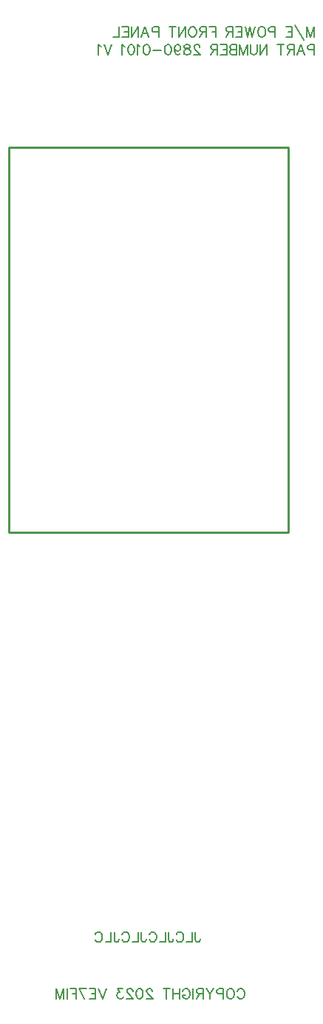
<source format=gbo>
G04 Layer: BottomSilkscreenLayer*
G04 EasyEDA v6.5.29, 2023-07-18 11:26:45*
G04 dee4f192ebb34c66a732ff03969ef4b9,5a6b42c53f6a479593ecc07194224c93,10*
G04 Gerber Generator version 0.2*
G04 Scale: 100 percent, Rotated: No, Reflected: No *
G04 Dimensions in millimeters *
G04 leading zeros omitted , absolute positions ,4 integer and 5 decimal *
%FSLAX45Y45*%
%MOMM*%

%ADD10C,0.2032*%
%ADD11C,0.2540*%

%LPD*%
D10*
X3055081Y1059017D02*
G01*
X3060537Y1069926D01*
X3071446Y1080836D01*
X3082353Y1086289D01*
X3104172Y1086289D01*
X3115081Y1080836D01*
X3125990Y1069926D01*
X3131446Y1059017D01*
X3136900Y1042654D01*
X3136900Y1015382D01*
X3131446Y999017D01*
X3125990Y988108D01*
X3115081Y977198D01*
X3104172Y971745D01*
X3082353Y971745D01*
X3071446Y977198D01*
X3060537Y988108D01*
X3055081Y999017D01*
X2986354Y1086289D02*
G01*
X2997263Y1080836D01*
X3008172Y1069926D01*
X3013628Y1059017D01*
X3019082Y1042654D01*
X3019082Y1015382D01*
X3013628Y999017D01*
X3008172Y988108D01*
X2997263Y977198D01*
X2986354Y971745D01*
X2964535Y971745D01*
X2953628Y977198D01*
X2942719Y988108D01*
X2937263Y999017D01*
X2931810Y1015382D01*
X2931810Y1042654D01*
X2937263Y1059017D01*
X2942719Y1069926D01*
X2953628Y1080836D01*
X2964535Y1086289D01*
X2986354Y1086289D01*
X2895810Y1086289D02*
G01*
X2895810Y971745D01*
X2895810Y1086289D02*
G01*
X2846717Y1086289D01*
X2830355Y1080836D01*
X2824901Y1075382D01*
X2819445Y1064473D01*
X2819445Y1048108D01*
X2824901Y1037198D01*
X2830355Y1031745D01*
X2846717Y1026289D01*
X2895810Y1026289D01*
X2783446Y1086289D02*
G01*
X2739809Y1031745D01*
X2739809Y971745D01*
X2696174Y1086289D02*
G01*
X2739809Y1031745D01*
X2660172Y1086289D02*
G01*
X2660172Y971745D01*
X2660172Y1086289D02*
G01*
X2611081Y1086289D01*
X2594719Y1080836D01*
X2589265Y1075382D01*
X2583809Y1064473D01*
X2583809Y1053564D01*
X2589265Y1042654D01*
X2594719Y1037198D01*
X2611081Y1031745D01*
X2660172Y1031745D01*
X2621991Y1031745D02*
G01*
X2583809Y971745D01*
X2547810Y1086289D02*
G01*
X2547810Y971745D01*
X2429992Y1059017D02*
G01*
X2435445Y1069926D01*
X2446355Y1080836D01*
X2457264Y1086289D01*
X2479083Y1086289D01*
X2489992Y1080836D01*
X2500901Y1069926D01*
X2506355Y1059017D01*
X2511811Y1042654D01*
X2511811Y1015382D01*
X2506355Y999017D01*
X2500901Y988108D01*
X2489992Y977198D01*
X2479083Y971745D01*
X2457264Y971745D01*
X2446355Y977198D01*
X2435445Y988108D01*
X2429992Y999017D01*
X2429992Y1015382D01*
X2457264Y1015382D02*
G01*
X2429992Y1015382D01*
X2393993Y1086289D02*
G01*
X2393993Y971745D01*
X2317628Y1086289D02*
G01*
X2317628Y971745D01*
X2393993Y1031745D02*
G01*
X2317628Y1031745D01*
X2243447Y1086289D02*
G01*
X2243447Y971745D01*
X2281628Y1086289D02*
G01*
X2205266Y1086289D01*
X2079810Y1059017D02*
G01*
X2079810Y1064473D01*
X2074357Y1075382D01*
X2068901Y1080836D01*
X2057991Y1086289D01*
X2036175Y1086289D01*
X2025266Y1080836D01*
X2019810Y1075382D01*
X2014357Y1064473D01*
X2014357Y1053564D01*
X2019810Y1042654D01*
X2030719Y1026289D01*
X2085266Y971745D01*
X2008901Y971745D01*
X1940173Y1086289D02*
G01*
X1956539Y1080836D01*
X1967448Y1064473D01*
X1972901Y1037198D01*
X1972901Y1020836D01*
X1967448Y993564D01*
X1956539Y977198D01*
X1940173Y971745D01*
X1929267Y971745D01*
X1912901Y977198D01*
X1901992Y993564D01*
X1896539Y1020836D01*
X1896539Y1037198D01*
X1901992Y1064473D01*
X1912901Y1080836D01*
X1929267Y1086289D01*
X1940173Y1086289D01*
X1855083Y1059017D02*
G01*
X1855083Y1064473D01*
X1849630Y1075382D01*
X1844174Y1080836D01*
X1833265Y1086289D01*
X1811449Y1086289D01*
X1800539Y1080836D01*
X1795084Y1075382D01*
X1789630Y1064473D01*
X1789630Y1053564D01*
X1795084Y1042654D01*
X1805993Y1026289D01*
X1860539Y971745D01*
X1784174Y971745D01*
X1737266Y1086289D02*
G01*
X1677266Y1086289D01*
X1709994Y1042654D01*
X1693631Y1042654D01*
X1682722Y1037198D01*
X1677266Y1031745D01*
X1671812Y1015382D01*
X1671812Y1004473D01*
X1677266Y988108D01*
X1688175Y977198D01*
X1704538Y971745D01*
X1720903Y971745D01*
X1737266Y977198D01*
X1742721Y982654D01*
X1748175Y993564D01*
X1551813Y1086289D02*
G01*
X1508175Y971745D01*
X1464538Y1086289D02*
G01*
X1508175Y971745D01*
X1428539Y1086289D02*
G01*
X1428539Y971745D01*
X1428539Y1086289D02*
G01*
X1357629Y1086289D01*
X1428539Y1031745D02*
G01*
X1384904Y1031745D01*
X1428539Y971745D02*
G01*
X1357629Y971745D01*
X1245268Y1086289D02*
G01*
X1299811Y971745D01*
X1321630Y1086289D02*
G01*
X1245268Y1086289D01*
X1209268Y1086289D02*
G01*
X1209268Y971745D01*
X1209268Y1086289D02*
G01*
X1138359Y1086289D01*
X1209268Y1031745D02*
G01*
X1165631Y1031745D01*
X1102357Y1086289D02*
G01*
X1102357Y971745D01*
X1066358Y1086289D02*
G01*
X1066358Y971745D01*
X1066358Y1086289D02*
G01*
X1022723Y971745D01*
X979086Y1086289D02*
G01*
X1022723Y971745D01*
X979086Y1086289D02*
G01*
X979086Y971745D01*
X2574290Y1734057D02*
G01*
X2574290Y1646681D01*
X2579877Y1630426D01*
X2585211Y1624837D01*
X2596134Y1619504D01*
X2607056Y1619504D01*
X2617977Y1624837D01*
X2623565Y1630426D01*
X2628900Y1646681D01*
X2628900Y1657604D01*
X2538475Y1734057D02*
G01*
X2538475Y1619504D01*
X2538475Y1619504D02*
G01*
X2472943Y1619504D01*
X2355088Y1706626D02*
G01*
X2360422Y1717547D01*
X2371343Y1728470D01*
X2382265Y1734057D01*
X2404109Y1734057D01*
X2415031Y1728470D01*
X2425954Y1717547D01*
X2431541Y1706626D01*
X2436875Y1690370D01*
X2436875Y1663192D01*
X2431541Y1646681D01*
X2425954Y1635760D01*
X2415031Y1624837D01*
X2404109Y1619504D01*
X2382265Y1619504D01*
X2371343Y1624837D01*
X2360422Y1635760D01*
X2355088Y1646681D01*
X2264663Y1734057D02*
G01*
X2264663Y1646681D01*
X2269997Y1630426D01*
X2275331Y1624837D01*
X2286254Y1619504D01*
X2297175Y1619504D01*
X2308097Y1624837D01*
X2313686Y1630426D01*
X2319020Y1646681D01*
X2319020Y1657604D01*
X2228595Y1734057D02*
G01*
X2228595Y1619504D01*
X2228595Y1619504D02*
G01*
X2163063Y1619504D01*
X2045208Y1706626D02*
G01*
X2050795Y1717547D01*
X2061718Y1728470D01*
X2072640Y1734057D01*
X2094229Y1734057D01*
X2105152Y1728470D01*
X2116074Y1717547D01*
X2121661Y1706626D01*
X2126995Y1690370D01*
X2126995Y1663192D01*
X2121661Y1646681D01*
X2116074Y1635760D01*
X2105152Y1624837D01*
X2094229Y1619504D01*
X2072640Y1619504D01*
X2061718Y1624837D01*
X2050795Y1635760D01*
X2045208Y1646681D01*
X1954784Y1734057D02*
G01*
X1954784Y1646681D01*
X1960118Y1630426D01*
X1965706Y1624837D01*
X1976627Y1619504D01*
X1987550Y1619504D01*
X1998472Y1624837D01*
X2003806Y1630426D01*
X2009140Y1646681D01*
X2009140Y1657604D01*
X1918715Y1734057D02*
G01*
X1918715Y1619504D01*
X1918715Y1619504D02*
G01*
X1853184Y1619504D01*
X1735327Y1706626D02*
G01*
X1740915Y1717547D01*
X1751838Y1728470D01*
X1762759Y1734057D01*
X1784604Y1734057D01*
X1795525Y1728470D01*
X1806447Y1717547D01*
X1811781Y1706626D01*
X1817370Y1690370D01*
X1817370Y1663192D01*
X1811781Y1646681D01*
X1806447Y1635760D01*
X1795525Y1624837D01*
X1784604Y1619504D01*
X1762759Y1619504D01*
X1751838Y1624837D01*
X1740915Y1635760D01*
X1735327Y1646681D01*
X1644904Y1734057D02*
G01*
X1644904Y1646681D01*
X1650238Y1630426D01*
X1655825Y1624837D01*
X1666747Y1619504D01*
X1677670Y1619504D01*
X1688591Y1624837D01*
X1693925Y1630426D01*
X1699513Y1646681D01*
X1699513Y1657604D01*
X1608836Y1734057D02*
G01*
X1608836Y1619504D01*
X1608836Y1619504D02*
G01*
X1543558Y1619504D01*
X1425702Y1706626D02*
G01*
X1431036Y1717547D01*
X1441958Y1728470D01*
X1452879Y1734057D01*
X1474724Y1734057D01*
X1485645Y1728470D01*
X1496568Y1717547D01*
X1501902Y1706626D01*
X1507490Y1690370D01*
X1507490Y1663192D01*
X1501902Y1646681D01*
X1496568Y1635760D01*
X1485645Y1624837D01*
X1474724Y1619504D01*
X1452879Y1619504D01*
X1441958Y1624837D01*
X1431036Y1635760D01*
X1425702Y1646681D01*
X3937000Y12084489D02*
G01*
X3937000Y11969945D01*
X3937000Y12084489D02*
G01*
X3893362Y11969945D01*
X3849728Y12084489D02*
G01*
X3893362Y11969945D01*
X3849728Y12084489D02*
G01*
X3849728Y11969945D01*
X3715545Y12106308D02*
G01*
X3813728Y11931764D01*
X3679545Y12084489D02*
G01*
X3679545Y11969945D01*
X3679545Y12084489D02*
G01*
X3608636Y12084489D01*
X3679545Y12029945D02*
G01*
X3635910Y12029945D01*
X3679545Y11969945D02*
G01*
X3608636Y11969945D01*
X3488636Y12084489D02*
G01*
X3488636Y11969945D01*
X3488636Y12084489D02*
G01*
X3439546Y12084489D01*
X3423183Y12079036D01*
X3417727Y12073582D01*
X3412274Y12062673D01*
X3412274Y12046308D01*
X3417727Y12035399D01*
X3423183Y12029945D01*
X3439546Y12024489D01*
X3488636Y12024489D01*
X3343546Y12084489D02*
G01*
X3354456Y12079036D01*
X3365365Y12068126D01*
X3370818Y12057217D01*
X3376274Y12040854D01*
X3376274Y12013582D01*
X3370818Y11997217D01*
X3365365Y11986308D01*
X3354456Y11975399D01*
X3343546Y11969945D01*
X3321728Y11969945D01*
X3310818Y11975399D01*
X3299909Y11986308D01*
X3294456Y11997217D01*
X3289000Y12013582D01*
X3289000Y12040854D01*
X3294456Y12057217D01*
X3299909Y12068126D01*
X3310818Y12079036D01*
X3321728Y12084489D01*
X3343546Y12084489D01*
X3253000Y12084489D02*
G01*
X3225728Y11969945D01*
X3198456Y12084489D02*
G01*
X3225728Y11969945D01*
X3198456Y12084489D02*
G01*
X3171182Y11969945D01*
X3143910Y12084489D02*
G01*
X3171182Y11969945D01*
X3107910Y12084489D02*
G01*
X3107910Y11969945D01*
X3107910Y12084489D02*
G01*
X3037001Y12084489D01*
X3107910Y12029945D02*
G01*
X3064273Y12029945D01*
X3107910Y11969945D02*
G01*
X3037001Y11969945D01*
X3001002Y12084489D02*
G01*
X3001002Y11969945D01*
X3001002Y12084489D02*
G01*
X2951911Y12084489D01*
X2935546Y12079036D01*
X2930093Y12073582D01*
X2924637Y12062673D01*
X2924637Y12051764D01*
X2930093Y12040854D01*
X2935546Y12035399D01*
X2951911Y12029945D01*
X3001002Y12029945D01*
X2962821Y12029945D02*
G01*
X2924637Y11969945D01*
X2804637Y12084489D02*
G01*
X2804637Y11969945D01*
X2804637Y12084489D02*
G01*
X2733730Y12084489D01*
X2804637Y12029945D02*
G01*
X2761002Y12029945D01*
X2697728Y12084489D02*
G01*
X2697728Y11969945D01*
X2697728Y12084489D02*
G01*
X2648638Y12084489D01*
X2632275Y12079036D01*
X2626819Y12073582D01*
X2621366Y12062673D01*
X2621366Y12051764D01*
X2626819Y12040854D01*
X2632275Y12035399D01*
X2648638Y12029945D01*
X2697728Y12029945D01*
X2659547Y12029945D02*
G01*
X2621366Y11969945D01*
X2552639Y12084489D02*
G01*
X2563548Y12079036D01*
X2574457Y12068126D01*
X2579911Y12057217D01*
X2585366Y12040854D01*
X2585366Y12013582D01*
X2579911Y11997217D01*
X2574457Y11986308D01*
X2563548Y11975399D01*
X2552639Y11969945D01*
X2530820Y11969945D01*
X2519911Y11975399D01*
X2509001Y11986308D01*
X2503548Y11997217D01*
X2498092Y12013582D01*
X2498092Y12040854D01*
X2503548Y12057217D01*
X2509001Y12068126D01*
X2519911Y12079036D01*
X2530820Y12084489D01*
X2552639Y12084489D01*
X2462093Y12084489D02*
G01*
X2462093Y11969945D01*
X2462093Y12084489D02*
G01*
X2385730Y11969945D01*
X2385730Y12084489D02*
G01*
X2385730Y11969945D01*
X2311549Y12084489D02*
G01*
X2311549Y11969945D01*
X2349731Y12084489D02*
G01*
X2273366Y12084489D01*
X2153366Y12084489D02*
G01*
X2153366Y11969945D01*
X2153366Y12084489D02*
G01*
X2104275Y12084489D01*
X2087913Y12079036D01*
X2082457Y12073582D01*
X2077003Y12062673D01*
X2077003Y12046308D01*
X2082457Y12035399D01*
X2087913Y12029945D01*
X2104275Y12024489D01*
X2153366Y12024489D01*
X1997367Y12084489D02*
G01*
X2041004Y11969945D01*
X1997367Y12084489D02*
G01*
X1953732Y11969945D01*
X2024639Y12008126D02*
G01*
X1970095Y12008126D01*
X1917730Y12084489D02*
G01*
X1917730Y11969945D01*
X1917730Y12084489D02*
G01*
X1841367Y11969945D01*
X1841367Y12084489D02*
G01*
X1841367Y11969945D01*
X1805368Y12084489D02*
G01*
X1805368Y11969945D01*
X1805368Y12084489D02*
G01*
X1734459Y12084489D01*
X1805368Y12029945D02*
G01*
X1761731Y12029945D01*
X1805368Y11969945D02*
G01*
X1734459Y11969945D01*
X1698459Y12084489D02*
G01*
X1698459Y11969945D01*
X1698459Y11969945D02*
G01*
X1633004Y11969945D01*
X3937000Y11881289D02*
G01*
X3937000Y11766745D01*
X3937000Y11881289D02*
G01*
X3887909Y11881289D01*
X3871546Y11875836D01*
X3866090Y11870382D01*
X3860637Y11859473D01*
X3860637Y11843108D01*
X3866090Y11832199D01*
X3871546Y11826745D01*
X3887909Y11821289D01*
X3937000Y11821289D01*
X3781000Y11881289D02*
G01*
X3824635Y11766745D01*
X3781000Y11881289D02*
G01*
X3737363Y11766745D01*
X3808272Y11804926D02*
G01*
X3753728Y11804926D01*
X3701364Y11881289D02*
G01*
X3701364Y11766745D01*
X3701364Y11881289D02*
G01*
X3652273Y11881289D01*
X3635910Y11875836D01*
X3630455Y11870382D01*
X3625000Y11859473D01*
X3625000Y11848564D01*
X3630455Y11837654D01*
X3635910Y11832199D01*
X3652273Y11826745D01*
X3701364Y11826745D01*
X3663182Y11826745D02*
G01*
X3625000Y11766745D01*
X3550818Y11881289D02*
G01*
X3550818Y11766745D01*
X3589000Y11881289D02*
G01*
X3512637Y11881289D01*
X3392637Y11881289D02*
G01*
X3392637Y11766745D01*
X3392637Y11881289D02*
G01*
X3316274Y11766745D01*
X3316274Y11881289D02*
G01*
X3316274Y11766745D01*
X3280272Y11881289D02*
G01*
X3280272Y11799473D01*
X3274819Y11783108D01*
X3263910Y11772199D01*
X3247547Y11766745D01*
X3236638Y11766745D01*
X3220272Y11772199D01*
X3209366Y11783108D01*
X3203910Y11799473D01*
X3203910Y11881289D01*
X3167910Y11881289D02*
G01*
X3167910Y11766745D01*
X3167910Y11881289D02*
G01*
X3124273Y11766745D01*
X3080638Y11881289D02*
G01*
X3124273Y11766745D01*
X3080638Y11881289D02*
G01*
X3080638Y11766745D01*
X3044637Y11881289D02*
G01*
X3044637Y11766745D01*
X3044637Y11881289D02*
G01*
X2995546Y11881289D01*
X2979183Y11875836D01*
X2973730Y11870382D01*
X2968274Y11859473D01*
X2968274Y11848564D01*
X2973730Y11837654D01*
X2979183Y11832199D01*
X2995546Y11826745D01*
X3044637Y11826745D02*
G01*
X2995546Y11826745D01*
X2979183Y11821289D01*
X2973730Y11815836D01*
X2968274Y11804926D01*
X2968274Y11788564D01*
X2973730Y11777654D01*
X2979183Y11772199D01*
X2995546Y11766745D01*
X3044637Y11766745D01*
X2932275Y11881289D02*
G01*
X2932275Y11766745D01*
X2932275Y11881289D02*
G01*
X2861365Y11881289D01*
X2932275Y11826745D02*
G01*
X2888637Y11826745D01*
X2932275Y11766745D02*
G01*
X2861365Y11766745D01*
X2825366Y11881289D02*
G01*
X2825366Y11766745D01*
X2825366Y11881289D02*
G01*
X2776275Y11881289D01*
X2759910Y11875836D01*
X2754457Y11870382D01*
X2749001Y11859473D01*
X2749001Y11848564D01*
X2754457Y11837654D01*
X2759910Y11832199D01*
X2776275Y11826745D01*
X2825366Y11826745D01*
X2787185Y11826745D02*
G01*
X2749001Y11766745D01*
X2623548Y11854017D02*
G01*
X2623548Y11859473D01*
X2618092Y11870382D01*
X2612638Y11875836D01*
X2601729Y11881289D01*
X2579911Y11881289D01*
X2569001Y11875836D01*
X2563548Y11870382D01*
X2558092Y11859473D01*
X2558092Y11848564D01*
X2563548Y11837654D01*
X2574457Y11821289D01*
X2629001Y11766745D01*
X2552639Y11766745D01*
X2489367Y11881289D02*
G01*
X2505730Y11875836D01*
X2511183Y11864926D01*
X2511183Y11854017D01*
X2505730Y11843108D01*
X2494821Y11837654D01*
X2473002Y11832199D01*
X2456639Y11826745D01*
X2445730Y11815836D01*
X2440274Y11804926D01*
X2440274Y11788564D01*
X2445730Y11777654D01*
X2451183Y11772199D01*
X2467549Y11766745D01*
X2489367Y11766745D01*
X2505730Y11772199D01*
X2511183Y11777654D01*
X2516639Y11788564D01*
X2516639Y11804926D01*
X2511183Y11815836D01*
X2500274Y11826745D01*
X2483911Y11832199D01*
X2462093Y11837654D01*
X2451183Y11843108D01*
X2445730Y11854017D01*
X2445730Y11864926D01*
X2451183Y11875836D01*
X2467549Y11881289D01*
X2489367Y11881289D01*
X2333365Y11843108D02*
G01*
X2338821Y11826745D01*
X2349731Y11815836D01*
X2366093Y11810382D01*
X2371549Y11810382D01*
X2387912Y11815836D01*
X2398821Y11826745D01*
X2404275Y11843108D01*
X2404275Y11848564D01*
X2398821Y11864926D01*
X2387912Y11875836D01*
X2371549Y11881289D01*
X2366093Y11881289D01*
X2349731Y11875836D01*
X2338821Y11864926D01*
X2333365Y11843108D01*
X2333365Y11815836D01*
X2338821Y11788564D01*
X2349731Y11772199D01*
X2366093Y11766745D01*
X2377003Y11766745D01*
X2393365Y11772199D01*
X2398821Y11783108D01*
X2264638Y11881289D02*
G01*
X2281003Y11875836D01*
X2291913Y11859473D01*
X2297366Y11832199D01*
X2297366Y11815836D01*
X2291913Y11788564D01*
X2281003Y11772199D01*
X2264638Y11766745D01*
X2253731Y11766745D01*
X2237366Y11772199D01*
X2226457Y11788564D01*
X2221003Y11815836D01*
X2221003Y11832199D01*
X2226457Y11859473D01*
X2237366Y11875836D01*
X2253731Y11881289D01*
X2264638Y11881289D01*
X2185004Y11815836D02*
G01*
X2086820Y11815836D01*
X2018093Y11881289D02*
G01*
X2034458Y11875836D01*
X2045368Y11859473D01*
X2050821Y11832199D01*
X2050821Y11815836D01*
X2045368Y11788564D01*
X2034458Y11772199D01*
X2018093Y11766745D01*
X2007186Y11766745D01*
X1990821Y11772199D01*
X1979912Y11788564D01*
X1974458Y11815836D01*
X1974458Y11832199D01*
X1979912Y11859473D01*
X1990821Y11875836D01*
X2007186Y11881289D01*
X2018093Y11881289D01*
X1938459Y11859473D02*
G01*
X1927550Y11864926D01*
X1911184Y11881289D01*
X1911184Y11766745D01*
X1842457Y11881289D02*
G01*
X1858822Y11875836D01*
X1869732Y11859473D01*
X1875185Y11832199D01*
X1875185Y11815836D01*
X1869732Y11788564D01*
X1858822Y11772199D01*
X1842457Y11766745D01*
X1831550Y11766745D01*
X1815185Y11772199D01*
X1804276Y11788564D01*
X1798822Y11815836D01*
X1798822Y11832199D01*
X1804276Y11859473D01*
X1815185Y11875836D01*
X1831550Y11881289D01*
X1842457Y11881289D01*
X1762823Y11859473D02*
G01*
X1751914Y11864926D01*
X1735548Y11881289D01*
X1735548Y11766745D01*
X1615549Y11881289D02*
G01*
X1571914Y11766745D01*
X1528277Y11881289D02*
G01*
X1571914Y11766745D01*
X1492277Y11859473D02*
G01*
X1481368Y11864926D01*
X1465005Y11881289D01*
X1465005Y11766745D01*
D11*
X436118Y10705693D02*
G01*
X3636111Y10705693D01*
X3636111Y6305702D01*
X436118Y6305702D01*
X436118Y10705693D01*
M02*

</source>
